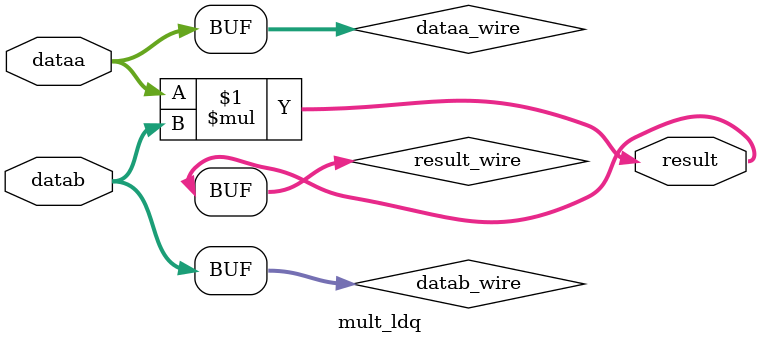
<source format=v>






//synthesis_resources = 
//synopsys translate_off
`timescale 1 ps / 1 ps
//synopsys translate_on
module  mult_ldq
	( 
	dataa,
	datab,
	result) /* synthesis synthesis_clearbox=1 */;
	input   [7:0]  dataa;
	input   [7:0]  datab;
	output   [15:0]  result;

	wire signed	[7:0]    dataa_wire;
	wire signed	[7:0]    datab_wire;
	wire signed	[15:0]    result_wire;



	assign dataa_wire = dataa;
	assign datab_wire = datab;
	assign result_wire = dataa_wire * datab_wire;
	assign result = ({result_wire[15:0]});

endmodule //mult_ldq
//VALID FILE

</source>
